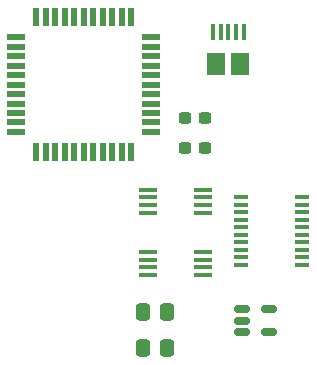
<source format=gbr>
%TF.GenerationSoftware,KiCad,Pcbnew,8.99.0-unknown*%
%TF.CreationDate,2024-04-30T21:24:50-04:00*%
%TF.ProjectId,reflowControl,7265666c-6f77-4436-9f6e-74726f6c2e6b,rev?*%
%TF.SameCoordinates,Original*%
%TF.FileFunction,Paste,Top*%
%TF.FilePolarity,Positive*%
%FSLAX46Y46*%
G04 Gerber Fmt 4.6, Leading zero omitted, Abs format (unit mm)*
G04 Created by KiCad (PCBNEW 8.99.0-unknown) date 2024-04-30 21:24:50*
%MOMM*%
%LPD*%
G01*
G04 APERTURE LIST*
G04 Aperture macros list*
%AMRoundRect*
0 Rectangle with rounded corners*
0 $1 Rounding radius*
0 $2 $3 $4 $5 $6 $7 $8 $9 X,Y pos of 4 corners*
0 Add a 4 corners polygon primitive as box body*
4,1,4,$2,$3,$4,$5,$6,$7,$8,$9,$2,$3,0*
0 Add four circle primitives for the rounded corners*
1,1,$1+$1,$2,$3*
1,1,$1+$1,$4,$5*
1,1,$1+$1,$6,$7*
1,1,$1+$1,$8,$9*
0 Add four rect primitives between the rounded corners*
20,1,$1+$1,$2,$3,$4,$5,0*
20,1,$1+$1,$4,$5,$6,$7,0*
20,1,$1+$1,$6,$7,$8,$9,0*
20,1,$1+$1,$8,$9,$2,$3,0*%
G04 Aperture macros list end*
%ADD10R,1.524000X0.406400*%
%ADD11R,1.200000X0.400000*%
%ADD12RoundRect,0.150000X-0.512500X-0.150000X0.512500X-0.150000X0.512500X0.150000X-0.512500X0.150000X0*%
%ADD13R,1.500000X0.550000*%
%ADD14R,0.550000X1.500000*%
%ADD15R,1.550000X1.900000*%
%ADD16R,0.400000X1.350000*%
%ADD17RoundRect,0.250000X-0.337500X-0.475000X0.337500X-0.475000X0.337500X0.475000X-0.337500X0.475000X0*%
%ADD18RoundRect,0.237500X-0.300000X-0.237500X0.300000X-0.237500X0.300000X0.237500X-0.300000X0.237500X0*%
G04 APERTURE END LIST*
D10*
%TO.C,Y1*%
X183923700Y-93625801D03*
X183923700Y-94275799D03*
X183923700Y-94925801D03*
X183923700Y-95575799D03*
X188546500Y-95575799D03*
X188546500Y-94925801D03*
X188546500Y-94275799D03*
X188546500Y-93625801D03*
%TD*%
D11*
%TO.C,U5*%
X191762500Y-89017500D03*
X191762500Y-89652500D03*
X191762500Y-90287500D03*
X191762500Y-90922500D03*
X191762500Y-91557500D03*
X191762500Y-92192500D03*
X191762500Y-92827500D03*
X191762500Y-93462500D03*
X191762500Y-94097500D03*
X191762500Y-94732500D03*
X196962500Y-94732500D03*
X196962500Y-94097500D03*
X196962500Y-93462500D03*
X196962500Y-92827500D03*
X196962500Y-92192500D03*
X196962500Y-91557500D03*
X196962500Y-90922500D03*
X196962500Y-90287500D03*
X196962500Y-89652500D03*
X196962500Y-89017500D03*
%TD*%
D12*
%TO.C,U4*%
X191825000Y-98500000D03*
X191825000Y-99450000D03*
X191825000Y-100400000D03*
X194100000Y-100400000D03*
X194100000Y-98500000D03*
%TD*%
D13*
%TO.C,U2*%
X172752500Y-75475000D03*
X172752500Y-76275000D03*
X172752500Y-77075000D03*
X172752500Y-77875000D03*
X172752500Y-78675000D03*
X172752500Y-79475000D03*
X172752500Y-80275000D03*
X172752500Y-81075000D03*
X172752500Y-81875000D03*
X172752500Y-82675000D03*
X172752500Y-83475000D03*
D14*
X174452500Y-85175000D03*
X175252500Y-85175000D03*
X176052500Y-85175000D03*
X176852500Y-85175000D03*
X177652500Y-85175000D03*
X178452500Y-85175000D03*
X179252500Y-85175000D03*
X180052500Y-85175000D03*
X180852500Y-85175000D03*
X181652500Y-85175000D03*
X182452500Y-85175000D03*
D13*
X184152500Y-83475000D03*
X184152500Y-82675000D03*
X184152500Y-81875000D03*
X184152500Y-81075000D03*
X184152500Y-80275000D03*
X184152500Y-79475000D03*
X184152500Y-78675000D03*
X184152500Y-77875000D03*
X184152500Y-77075000D03*
X184152500Y-76275000D03*
X184152500Y-75475000D03*
D14*
X182452500Y-73775000D03*
X181652500Y-73775000D03*
X180852500Y-73775000D03*
X180052500Y-73775000D03*
X179252500Y-73775000D03*
X178452500Y-73775000D03*
X177652500Y-73775000D03*
X176852500Y-73775000D03*
X176052500Y-73775000D03*
X175252500Y-73775000D03*
X174452500Y-73775000D03*
%TD*%
D10*
%TO.C,U1*%
X183923700Y-88358601D03*
X183923700Y-89008599D03*
X183923700Y-89658601D03*
X183923700Y-90308599D03*
X188546500Y-90308599D03*
X188546500Y-89658601D03*
X188546500Y-89008599D03*
X188546500Y-88358601D03*
%TD*%
D15*
%TO.C,J1*%
X189657500Y-77730000D03*
X191707500Y-77730000D03*
D16*
X190682500Y-75055000D03*
X190032500Y-75055000D03*
X189382500Y-75055000D03*
X191332500Y-75055000D03*
X191982500Y-75055000D03*
%TD*%
D17*
%TO.C,C4*%
X183445000Y-101745000D03*
X185520000Y-101745000D03*
%TD*%
%TO.C,C3*%
X183445000Y-98735000D03*
X185520000Y-98735000D03*
%TD*%
D18*
%TO.C,C2*%
X186990000Y-84845000D03*
X188715000Y-84845000D03*
%TD*%
%TO.C,C1*%
X186990000Y-82335000D03*
X188715000Y-82335000D03*
%TD*%
M02*

</source>
